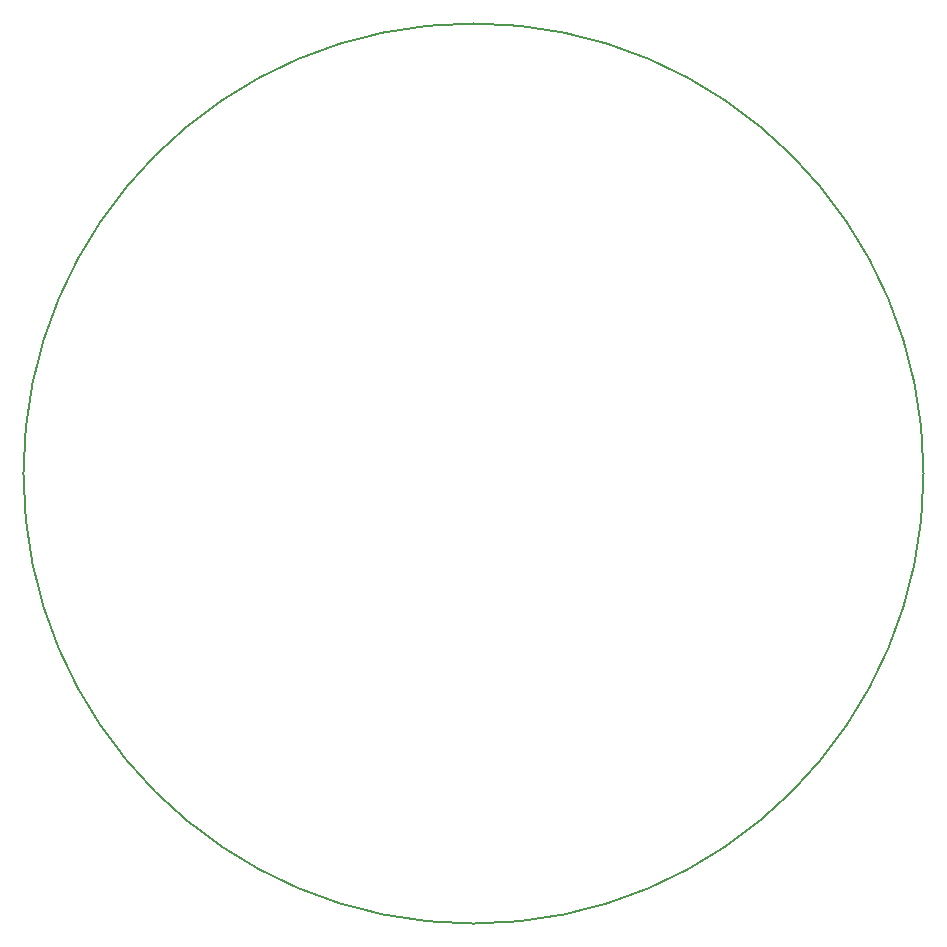
<source format=gm1>
%TF.GenerationSoftware,KiCad,Pcbnew,(5.1.9)-1*%
%TF.CreationDate,2021-03-28T17:18:04-04:00*%
%TF.ProjectId,nogasm,6e6f6761-736d-42e6-9b69-6361645f7063,rev?*%
%TF.SameCoordinates,Original*%
%TF.FileFunction,Profile,NP*%
%FSLAX46Y46*%
G04 Gerber Fmt 4.6, Leading zero omitted, Abs format (unit mm)*
G04 Created by KiCad (PCBNEW (5.1.9)-1) date 2021-03-28 17:18:04*
%MOMM*%
%LPD*%
G01*
G04 APERTURE LIST*
%TA.AperFunction,Profile*%
%ADD10C,0.150000*%
%TD*%
G04 APERTURE END LIST*
D10*
X157991557Y-85344000D02*
G75*
G03*
X157991557Y-85344000I-38103557J0D01*
G01*
M02*

</source>
